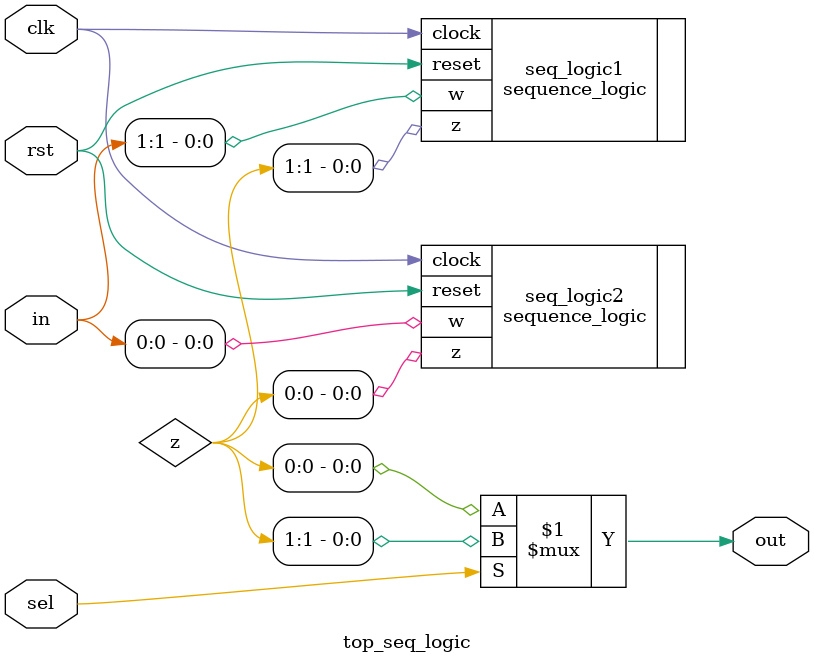
<source format=v>
module top_seq_logic(
	input wire sel,
	input wire [1:0] in,
	input wire clk,
	input wire rst,
	output wire out);
	
	
	wire [1:0] z;
	
	//module instance 1
	sequence_logic seq_logic1(
	.w (in[1]),
	.clock (clk),
	.reset (rst),
	.z (z[1])
	);
	
	//module instance 2
	sequence_logic seq_logic2(
	.w (in[0]),
	.clock (clk),
	.reset (rst),
	.z (z[0])
	);
	
	//define mux
	assign out = sel ? z[1] : z[0]; 
	
endmodule
</source>
